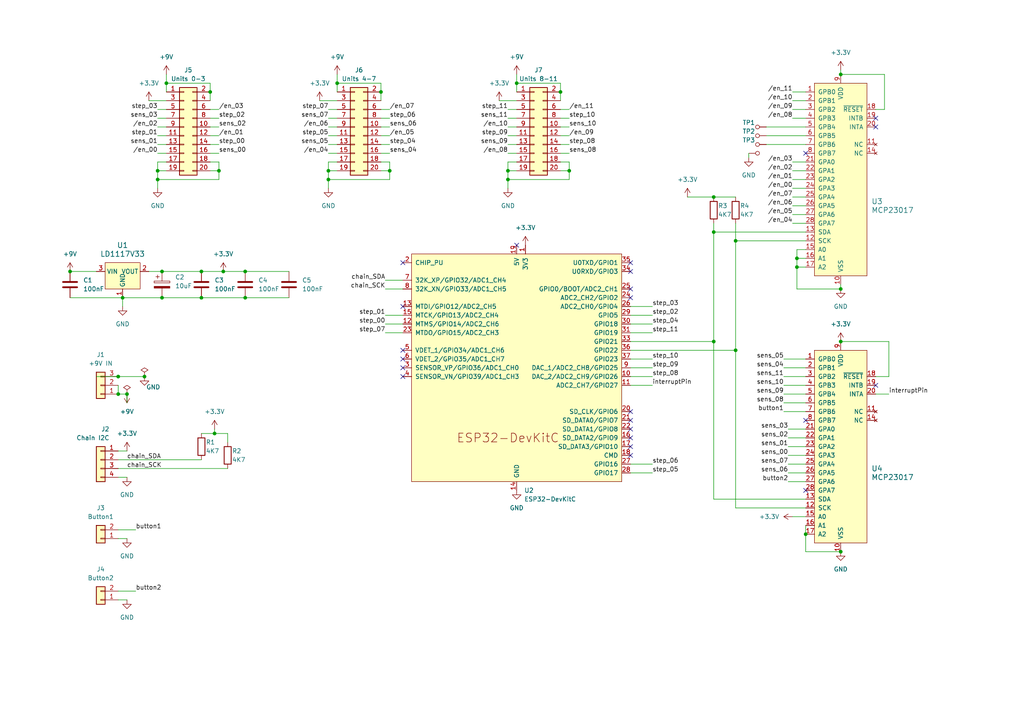
<source format=kicad_sch>
(kicad_sch (version 20231120) (generator "eeschema") (generator_version "8.0")
  (paper "A4")
  (lib_symbols
    (symbol "Connector_Generic:Conn_01x02" (pin_names (offset 1.016) hide)
      (property "Reference" "J" (at 0 2.54 0))
      (property "Value" "Conn_01x02" (at 0 -5.08 0))
      (symbol "Conn_01x02_1_1"
        (rectangle (start -1.27 -2.413) (end 0 -2.667) (stroke (width 0.1524)))
        (rectangle (start -1.27 0.127) (end 0 -0.127) (stroke (width 0.1524)))
        (rectangle (start -1.27 1.27) (end 1.27 -3.81) (stroke (width 0.254)) (fill (type background)))
        (pin passive line (at -5.08 0 0) (length 3.81) (name "Pin_1") (number "1"))
        (pin passive line (at -5.08 -2.54 0) (length 3.81) (name "Pin_2") (number "2"))
      )
    )
    (symbol "Connector_Generic:Conn_01x03" (pin_names (offset 1.016) hide)
      (property "Reference" "J" (at 0 5.08 0))
      (property "Value" "Conn_01x03" (at 0 -5.08 0))
      (symbol "Conn_01x03_1_1"
        (rectangle (start -1.27 -2.413) (end 0 -2.667) (stroke (width 0.1524)))
        (rectangle (start -1.27 0.127) (end 0 -0.127) (stroke (width 0.1524)))
        (rectangle (start -1.27 2.667) (end 0 2.413) (stroke (width 0.1524)))
        (rectangle (start -1.27 3.81) (end 1.27 -3.81) (stroke (width 0.254)) (fill (type background)))
        (pin passive line (at -5.08 2.54 0) (length 3.81) (name "Pin_1") (number "1"))
        (pin passive line (at -5.08 0 0) (length 3.81) (name "Pin_2") (number "2"))
        (pin passive line (at -5.08 -2.54 0) (length 3.81) (name "Pin_3") (number "3"))
      )
    )
    (symbol "Connector_Generic:Conn_01x04" (pin_names (offset 1.016) hide)
      (property "Reference" "J" (at 0 5.08 0))
      (property "Value" "Conn_01x04" (at 0 -7.62 0))
      (symbol "Conn_01x04_1_1"
        (rectangle (start -1.27 -4.953) (end 0 -5.207) (stroke (width 0.1524)))
        (rectangle (start -1.27 -2.413) (end 0 -2.667) (stroke (width 0.1524)))
        (rectangle (start -1.27 0.127) (end 0 -0.127) (stroke (width 0.1524)))
        (rectangle (start -1.27 2.667) (end 0 2.413) (stroke (width 0.1524)))
        (rectangle (start -1.27 3.81) (end 1.27 -6.35) (stroke (width 0.254)) (fill (type background)))
        (pin passive line (at -5.08 2.54 0) (length 3.81) (name "Pin_1") (number "1"))
        (pin passive line (at -5.08 0 0) (length 3.81) (name "Pin_2") (number "2"))
        (pin passive line (at -5.08 -2.54 0) (length 3.81) (name "Pin_3") (number "3"))
        (pin passive line (at -5.08 -5.08 0) (length 3.81) (name "Pin_4") (number "4"))
      )
    )
    (symbol "Connector_Generic:Conn_02x10_Odd_Even" (pin_names (offset 1.016) hide)
      (property "Reference" "J" (at 1.27 12.7 0))
      (property "Value" "Conn_02x10_Odd_Even" (at 1.27 -15.24 0))
      (symbol "Conn_02x10_Odd_Even_1_1"
        (rectangle (start -1.27 -12.573) (end 0 -12.827) (stroke (width 0.1524)))
        (rectangle (start -1.27 -10.033) (end 0 -10.287) (stroke (width 0.1524)))
        (rectangle (start -1.27 -7.493) (end 0 -7.747) (stroke (width 0.1524)))
        (rectangle (start -1.27 -4.953) (end 0 -5.207) (stroke (width 0.1524)))
        (rectangle (start -1.27 -2.413) (end 0 -2.667) (stroke (width 0.1524)))
        (rectangle (start -1.27 0.127) (end 0 -0.127) (stroke (width 0.1524)))
        (rectangle (start -1.27 2.667) (end 0 2.413) (stroke (width 0.1524)))
        (rectangle (start -1.27 5.207) (end 0 4.953) (stroke (width 0.1524)))
        (rectangle (start -1.27 7.747) (end 0 7.493) (stroke (width 0.1524)))
        (rectangle (start -1.27 10.287) (end 0 10.033) (stroke (width 0.1524)))
        (rectangle (start -1.27 11.43) (end 3.81 -13.97) (stroke (width 0.254)) (fill (type background)))
        (rectangle (start 3.81 -12.573) (end 2.54 -12.827) (stroke (width 0.1524)))
        (rectangle (start 3.81 -10.033) (end 2.54 -10.287) (stroke (width 0.1524)))
        (rectangle (start 3.81 -7.493) (end 2.54 -7.747) (stroke (width 0.1524)))
        (rectangle (start 3.81 -4.953) (end 2.54 -5.207) (stroke (width 0.1524)))
        (rectangle (start 3.81 -2.413) (end 2.54 -2.667) (stroke (width 0.1524)))
        (rectangle (start 3.81 0.127) (end 2.54 -0.127) (stroke (width 0.1524)))
        (rectangle (start 3.81 2.667) (end 2.54 2.413) (stroke (width 0.1524)))
        (rectangle (start 3.81 5.207) (end 2.54 4.953) (stroke (width 0.1524)))
        (rectangle (start 3.81 7.747) (end 2.54 7.493) (stroke (width 0.1524)))
        (rectangle (start 3.81 10.287) (end 2.54 10.033) (stroke (width 0.1524)))
        (pin passive line (at -5.08 10.16 0) (length 3.81) (name "Pin_1") (number "1"))
        (pin passive line (at 7.62 0 180) (length 3.81) (name "Pin_10") (number "10"))
        (pin passive line (at -5.08 -2.54 0) (length 3.81) (name "Pin_11") (number "11"))
        (pin passive line (at 7.62 -2.54 180) (length 3.81) (name "Pin_12") (number "12"))
        (pin passive line (at -5.08 -5.08 0) (length 3.81) (name "Pin_13") (number "13"))
        (pin passive line (at 7.62 -5.08 180) (length 3.81) (name "Pin_14") (number "14"))
        (pin passive line (at -5.08 -7.62 0) (length 3.81) (name "Pin_15") (number "15"))
        (pin passive line (at 7.62 -7.62 180) (length 3.81) (name "Pin_16") (number "16"))
        (pin passive line (at -5.08 -10.16 0) (length 3.81) (name "Pin_17") (number "17"))
        (pin passive line (at 7.62 -10.16 180) (length 3.81) (name "Pin_18") (number "18"))
        (pin passive line (at -5.08 -12.7 0) (length 3.81) (name "Pin_19") (number "19"))
        (pin passive line (at 7.62 10.16 180) (length 3.81) (name "Pin_2") (number "2"))
        (pin passive line (at 7.62 -12.7 180) (length 3.81) (name "Pin_20") (number "20"))
        (pin passive line (at -5.08 7.62 0) (length 3.81) (name "Pin_3") (number "3"))
        (pin passive line (at 7.62 7.62 180) (length 3.81) (name "Pin_4") (number "4"))
        (pin passive line (at -5.08 5.08 0) (length 3.81) (name "Pin_5") (number "5"))
        (pin passive line (at 7.62 5.08 180) (length 3.81) (name "Pin_6") (number "6"))
        (pin passive line (at -5.08 2.54 0) (length 3.81) (name "Pin_7") (number "7"))
        (pin passive line (at 7.62 2.54 180) (length 3.81) (name "Pin_8") (number "8"))
        (pin passive line (at -5.08 0 0) (length 3.81) (name "Pin_9") (number "9"))
      )
    )
    (symbol "Device:C" (pin_numbers hide) (pin_names (offset 0.254))
      (property "Reference" "C" (at 0.635 2.54 0))
      (property "Value" "C" (at 0.635 -2.54 0))
      (symbol "C_0_1"
        (polyline (pts (xy -2.032 -0.762) (xy 2.032 -0.762)) (stroke (width 0.508)))
        (polyline (pts (xy -2.032 0.762) (xy 2.032 0.762)) (stroke (width 0.508)))
      )
      (symbol "C_1_1"
        (pin passive line (at 0 3.81 270) (length 2.794) (name "~") (number "1"))
        (pin passive line (at 0 -3.81 90) (length 2.794) (name "~") (number "2"))
      )
    )
    (symbol "Device:C_Polarized" (pin_numbers hide) (pin_names (offset 0.254))
      (property "Reference" "C" (at 0.635 2.54 0))
      (property "Value" "C_Polarized" (at 0.635 -2.54 0))
      (symbol "C_Polarized_0_1"
        (rectangle (start -2.286 0.508) (end 2.286 1.016))
        (polyline (pts (xy -1.778 2.286) (xy -0.762 2.286)))
        (polyline (pts (xy -1.27 2.794) (xy -1.27 1.778)))
        (rectangle (start 2.286 -0.508) (end -2.286 -1.016) (fill (type outline)))
      )
      (symbol "C_Polarized_1_1"
        (pin passive line (at 0 3.81 270) (length 2.794) (name "~") (number "1"))
        (pin passive line (at 0 -3.81 90) (length 2.794) (name "~") (number "2"))
      )
    )
    (symbol "Device:R" (pin_numbers hide) (pin_names (offset 0))
      (property "Reference" "R" (at 2.032 0 90))
      (property "Value" "R" (at 0 0 90))
      (symbol "R_0_1"
        (rectangle (start -1.016 -2.54) (end 1.016 2.54) (stroke (width 0.254)))
      )
      (symbol "R_1_1"
        (pin passive line (at 0 3.81 270) (length 1.27) (name "~") (number "1"))
        (pin passive line (at 0 -3.81 90) (length 1.27) (name "~") (number "2"))
      )
    )
    (symbol "PCM_Espressif:ESP32-DevKitC" (pin_names (offset 1.016))
      (property "Reference" "U" (at -30.48 38.1 0))
      (property "Value" "ESP32-DevKitC" (at -30.48 35.56 0))
      (symbol "ESP32-DevKitC_0_0"
        (text "ESP32-DevKitC" (at -2.54 -20.32 0) (effects (font (size 2.54 2.54))))
        (pin power_in line (at 0 -35.56 90) (length 2.54) (name "GND") (number "14"))
        (pin power_in line (at 0 35.56 270) (length 2.54) (name "5V") (number "19"))
      )
      (symbol "ESP32-DevKitC_0_1"
        (rectangle (start -30.48 33.02) (end 30.48 -33.02) (fill (type background)))
      )
      (symbol "ESP32-DevKitC_1_1"
        (pin power_in line (at 2.54 35.56 270) (length 2.54) (name "3V3") (number "1"))
        (pin bidirectional line (at 33.02 -2.54 180) (length 2.54) (name "DAC_2/ADC2_CH9/GPIO26") (number "10"))
        (pin bidirectional line (at 33.02 -5.08 180) (length 2.54) (name "ADC2_CH7/GPIO27") (number "11"))
        (pin bidirectional line (at -33.02 12.7 0) (length 2.54) (name "MTMS/GPIO14/ADC2_CH6") (number "12"))
        (pin bidirectional line (at -33.02 17.78 0) (length 2.54) (name "MTDI/GPIO12/ADC2_CH5") (number "13"))
        (pin bidirectional line (at -33.02 15.24 0) (length 2.54) (name "MTCK/GPIO13/ADC2_CH4") (number "15"))
        (pin bidirectional line (at 33.02 -20.32 180) (length 2.54) (name "SD_DATA2/GPIO9") (number "16"))
        (pin bidirectional line (at 33.02 -22.86 180) (length 2.54) (name "SD_DATA3/GPIO10") (number "17"))
        (pin bidirectional line (at 33.02 -25.4 180) (length 2.54) (name "CMD") (number "18"))
        (pin input line (at -33.02 30.48 0) (length 2.54) (name "CHIP_PU") (number "2"))
        (pin bidirectional line (at 33.02 -12.7 180) (length 2.54) (name "SD_CLK/GPIO6") (number "20"))
        (pin bidirectional line (at 33.02 -15.24 180) (length 2.54) (name "SD_DATA0/GPIO7") (number "21"))
        (pin bidirectional line (at 33.02 -17.78 180) (length 2.54) (name "SD_DATA1/GPIO8") (number "22"))
        (pin bidirectional line (at -33.02 10.16 0) (length 2.54) (name "MTDO/GPIO15/ADC2_CH3") (number "23"))
        (pin bidirectional line (at 33.02 20.32 180) (length 2.54) (name "ADC2_CH2/GPIO2") (number "24"))
        (pin bidirectional line (at 33.02 22.86 180) (length 2.54) (name "GPIO0/BOOT/ADC2_CH1") (number "25"))
        (pin bidirectional line (at 33.02 17.78 180) (length 2.54) (name "ADC2_CH0/GPIO4") (number "26"))
        (pin bidirectional line (at 33.02 -27.94 180) (length 2.54) (name "GPIO16") (number "27"))
        (pin bidirectional line (at 33.02 -30.48 180) (length 2.54) (name "GPIO17") (number "28"))
        (pin bidirectional line (at 33.02 15.24 180) (length 2.54) (name "GPIO5") (number "29"))
        (pin input line (at -33.02 0 0) (length 2.54) (name "SENSOR_VP/GPIO36/ADC1_CH0") (number "3"))
        (pin bidirectional line (at 33.02 12.7 180) (length 2.54) (name "GPIO18") (number "30"))
        (pin bidirectional line (at 33.02 10.16 180) (length 2.54) (name "GPIO19") (number "31"))
        (pin passive line (at 0 -35.56 90) (length 2.54) hide (name "GND") (number "32"))
        (pin bidirectional line (at 33.02 7.62 180) (length 2.54) (name "GPIO21") (number "33"))
        (pin bidirectional line (at 33.02 27.94 180) (length 2.54) (name "U0RXD/GPIO3") (number "34"))
        (pin bidirectional line (at 33.02 30.48 180) (length 2.54) (name "U0TXD/GPIO1") (number "35"))
        (pin bidirectional line (at 33.02 5.08 180) (length 2.54) (name "GPIO22") (number "36"))
        (pin bidirectional line (at 33.02 2.54 180) (length 2.54) (name "GPIO23") (number "37"))
        (pin passive line (at 0 -35.56 90) (length 2.54) hide (name "GND") (number "38"))
        (pin input line (at -33.02 -2.54 0) (length 2.54) (name "SENSOR_VN/GPIO39/ADC1_CH3") (number "4"))
        (pin input line (at -33.02 5.08 0) (length 2.54) (name "VDET_1/GPIO34/ADC1_CH6") (number "5"))
        (pin input line (at -33.02 2.54 0) (length 2.54) (name "VDET_2/GPIO35/ADC1_CH7") (number "6"))
        (pin bidirectional line (at -33.02 25.4 0) (length 2.54) (name "32K_XP/GPIO32/ADC1_CH4") (number "7"))
        (pin bidirectional line (at -33.02 22.86 0) (length 2.54) (name "32K_XN/GPIO33/ADC1_CH5") (number "8"))
        (pin bidirectional line (at 33.02 0 180) (length 2.54) (name "DAC_1/ADC2_CH8/GPIO25") (number "9"))
      )
    )
    (symbol "dk_Interface-I-O-Expanders:MCP23017-E_SP" (pin_names (offset 1.016))
      (property "Reference" "U" (at -2.54 19.05 0))
      (property "Value" "MCP23017-E_SP" (at 5.08 -17.78 90))
      (symbol "MCP23017-E_SP_0_1"
        (rectangle (start -5.08 17.78) (end 10.16 -38.1) (fill (type background)))
      )
      (symbol "MCP23017-E_SP_1_1"
        (pin bidirectional line (at -7.62 15.24 0) (length 2.54) (name "GPB0") (number "1"))
        (pin power_in line (at 2.54 -40.64 90) (length 2.54) (name "VSS") (number "10"))
        (pin no_connect line (at 12.7 0 180) (length 2.54) (name "NC") (number "11"))
        (pin input line (at -7.62 -27.94 0) (length 2.54) (name "SCK") (number "12"))
        (pin bidirectional line (at -7.62 -25.4 0) (length 2.54) (name "SDA") (number "13"))
        (pin no_connect line (at 12.7 -2.54 180) (length 2.54) (name "NC") (number "14"))
        (pin input line (at -7.62 -30.48 0) (length 2.54) (name "A0") (number "15"))
        (pin input line (at -7.62 -33.02 0) (length 2.54) (name "A1") (number "16"))
        (pin input line (at -7.62 -35.56 0) (length 2.54) (name "A2") (number "17"))
        (pin input line (at 12.7 10.16 180) (length 2.54) (name "~{RESET}") (number "18"))
        (pin output line (at 12.7 7.62 180) (length 2.54) (name "INTB") (number "19"))
        (pin bidirectional line (at -7.62 12.7 0) (length 2.54) (name "GPB1") (number "2"))
        (pin output line (at 12.7 5.08 180) (length 2.54) (name "INTA") (number "20"))
        (pin bidirectional line (at -7.62 -5.08 0) (length 2.54) (name "GPA0") (number "21"))
        (pin bidirectional line (at -7.62 -7.62 0) (length 2.54) (name "GPA1") (number "22"))
        (pin bidirectional line (at -7.62 -10.16 0) (length 2.54) (name "GPA2") (number "23"))
        (pin bidirectional line (at -7.62 -12.7 0) (length 2.54) (name "GPA3") (number "24"))
        (pin bidirectional line (at -7.62 -15.24 0) (length 2.54) (name "GPA4") (number "25"))
        (pin bidirectional line (at -7.62 -17.78 0) (length 2.54) (name "GPA5") (number "26"))
        (pin bidirectional line (at -7.62 -20.32 0) (length 2.54) (name "GPA6") (number "27"))
        (pin bidirectional line (at -7.62 -22.86 0) (length 2.54) (name "GPA7") (number "28"))
        (pin bidirectional line (at -7.62 10.16 0) (length 2.54) (name "GPB2") (number "3"))
        (pin bidirectional line (at -7.62 7.62 0) (length 2.54) (name "GPB3") (number "4"))
        (pin bidirectional line (at -7.62 5.08 0) (length 2.54) (name "GPB4") (number "5"))
        (pin bidirectional line (at -7.62 2.54 0) (length 2.54) (name "GPB5") (number "6"))
        (pin bidirectional line (at -7.62 0 0) (length 2.54) (name "GPB6") (number "7"))
        (pin bidirectional line (at -7.62 -2.54 0) (length 2.54) (name "GPB7") (number "8"))
        (pin power_in line (at 2.54 20.32 270) (length 2.54) (name "VDD") (number "9"))
      )
    )
    (symbol "dk_PMIC-Voltage-Regulators-Linear:LD1117V33"
      (property "Reference" "U" (at 0 3.81 0))
      (property "Value" "LD1117V33" (at 0 6.35 0))
      (symbol "LD1117V33_1_1"
        (rectangle (start -5.08 2.54) (end 5.08 -5.08) (fill (type background)))
        (pin power_in line (at 0 -7.62 90) (length 2.54) (name "GND") (number "1"))
        (pin power_out line (at 7.62 0 180) (length 2.54) (name "VOUT") (number "2"))
        (pin power_in line (at -7.62 0 0) (length 2.54) (name "VIN") (number "3"))
      )
    )
    (symbol "dk_Test-Points:5000" (pin_numbers hide) (pin_names (offset 1.016) hide)
      (property "Reference" "TP" (at -1.27 1.27 0))
      (symbol "5000_0_1"
        (circle (center 0 0) (radius 0.5588))
      )
      (symbol "5000_1_1"
        (pin passive line (at 0 2.54 270) (length 1.905) (name "~") (number "1"))
      )
    )
    (symbol "power:+3.3V" (power) (pin_names (offset 0))
      (property "Value" "+3.3V" (at 0 3.556 0))
      (symbol "+3.3V_0_1"
        (polyline (pts (xy -0.762 1.27) (xy 0 2.54)))
        (polyline (pts (xy 0 0) (xy 0 2.54)))
        (polyline (pts (xy 0 2.54) (xy 0.762 1.27)))
      )
      (symbol "+3.3V_1_1"
        (pin power_in line (at 0 0 90) (length 0) hide (name "+3.3V") (number "1"))
      )
    )
    (symbol "power:+9V" (power) (pin_names (offset 0))
      (property "Value" "+9V" (at 0 3.556 0))
      (symbol "+9V_0_1"
        (polyline (pts (xy -0.762 1.27) (xy 0 2.54)))
        (polyline (pts (xy 0 0) (xy 0 2.54)))
        (polyline (pts (xy 0 2.54) (xy 0.762 1.27)))
      )
      (symbol "+9V_1_1"
        (pin power_in line (at 0 0 90) (length 0) hide (name "+9V") (number "1"))
      )
    )
    (symbol "power:GND" (power) (pin_names (offset 0))
      (property "Value" "GND" (at 0 -3.81 0))
      (symbol "GND_0_1"
        (polyline (pts (xy 0 0) (xy 0 -1.27) (xy 1.27 -1.27) (xy 0 -2.54) (xy -1.27 -1.27) (xy 0 -1.27)))
      )
      (symbol "GND_1_1"
        (pin power_in line (at 0 0 270) (length 0) hide (name "GND") (number "1"))
      )
    )
    (symbol "power:PWR_FLAG" (power) (pin_numbers hide) (pin_names (offset 0) hide)
      (property "Value" "PWR_FLAG" (at 0 3.81 0))
      (symbol "PWR_FLAG_0_0"
        (pin power_out line (at 0 0 90) (length 0) (name "pwr") (number "1"))
      )
      (symbol "PWR_FLAG_0_1"
        (polyline (pts (xy 0 0) (xy 0 1.27) (xy -1.016 1.905) (xy 0 2.54) (xy 1.016 1.905) (xy 0 1.27)))
      )
    )
  )
  (junction (at 213.36 69.85))
  (junction (at 207.01 99.06))
  (junction (at 231.14 77.47))
  (junction (at 97.79 24.13))
  (junction (at 231.14 74.93))
  (junction (at 95.25 52.07))
  (junction (at 243.84 83.82))
  (junction (at 95.25 49.53))
  (junction (at 58.42 86.36))
  (junction (at 64.77 78.74))
  (junction (at 48.26 24.13))
  (junction (at 243.84 99.06))
  (junction (at 110.49 26.67))
  (junction (at 147.32 49.53))
  (junction (at 243.84 21.59))
  (junction (at 149.86 24.13))
  (junction (at 36.83 114.3))
  (junction (at 35.56 86.36))
  (junction (at 46.99 78.74))
  (junction (at 58.42 78.74))
  (junction (at 45.72 52.07))
  (junction (at 243.84 160.02))
  (junction (at 147.32 52.07))
  (junction (at 45.72 49.53))
  (junction (at 63.5 49.53))
  (junction (at 213.36 101.6))
  (junction (at 162.56 26.67))
  (junction (at 71.12 78.74))
  (junction (at 207.01 67.31))
  (junction (at 20.32 78.74))
  (junction (at 113.03 49.53))
  (junction (at 165.1 49.53))
  (junction (at 71.12 86.36))
  (junction (at 34.29 114.3))
  (junction (at 34.29 109.22))
  (junction (at 207.01 57.15))
  (junction (at 62.23 125.73))
  (junction (at 233.68 154.94))
  (junction (at 41.91 109.22))
  (junction (at 46.99 86.36))
  (junction (at 60.96 26.67))
  (no_connect (at 254 34.29))
  (no_connect (at 149.86 71.12))
  (no_connect (at 233.68 44.45))
  (no_connect (at 182.88 119.38))
  (no_connect (at 182.88 78.74))
  (no_connect (at 233.68 142.24))
  (no_connect (at 116.84 109.22))
  (no_connect (at 182.88 86.36))
  (no_connect (at 254 36.83))
  (no_connect (at 254 111.76))
  (no_connect (at 182.88 129.54))
  (no_connect (at 116.84 106.68))
  (no_connect (at 182.88 76.2))
  (no_connect (at 116.84 101.6))
  (no_connect (at 182.88 124.46))
  (no_connect (at 182.88 83.82))
  (no_connect (at 182.88 121.92))
  (no_connect (at 116.84 76.2))
  (no_connect (at 116.84 104.14))
  (no_connect (at 182.88 127))
  (no_connect (at 182.88 132.08))
  (no_connect (at 116.84 88.9))
  (no_connect (at 233.68 121.92))
  (wire (pts (xy 207.01 64.77) (xy 207.01 67.31)))
  (wire (pts (xy 63.5 49.53) (xy 60.96 49.53)))
  (wire (pts (xy 222.25 36.83) (xy 233.68 36.83)))
  (wire (pts (xy 207.01 99.06) (xy 207.01 144.78)))
  (wire (pts (xy 229.87 149.86) (xy 233.68 149.86)))
  (wire (pts (xy 110.49 26.67) (xy 110.49 29.21)))
  (wire (pts (xy 95.25 52.07) (xy 95.25 54.61)))
  (wire (pts (xy 231.14 77.47) (xy 231.14 83.82)))
  (wire (pts (xy 97.79 26.67) (xy 97.79 24.13)))
  (wire (pts (xy 58.42 78.74) (xy 64.77 78.74)))
  (wire (pts (xy 227.33 106.68) (xy 233.68 106.68)))
  (wire (pts (xy 113.03 34.29) (xy 110.49 34.29)))
  (wire (pts (xy 45.72 34.29) (xy 48.26 34.29)))
  (wire (pts (xy 243.84 21.59) (xy 256.54 21.59)))
  (wire (pts (xy 45.72 49.53) (xy 45.72 52.07)))
  (wire (pts (xy 165.1 34.29) (xy 162.56 34.29)))
  (wire (pts (xy 34.29 130.81) (xy 36.83 130.81)))
  (wire (pts (xy 229.87 31.75) (xy 233.68 31.75)))
  (wire (pts (xy 165.1 41.91) (xy 162.56 41.91)))
  (wire (pts (xy 35.56 86.36) (xy 46.99 86.36)))
  (wire (pts (xy 111.76 81.28) (xy 116.84 81.28)))
  (wire (pts (xy 46.99 86.36) (xy 58.42 86.36)))
  (wire (pts (xy 229.87 59.69) (xy 233.68 59.69)))
  (wire (pts (xy 182.88 104.14) (xy 189.23 104.14)))
  (wire (pts (xy 231.14 74.93) (xy 233.68 74.93)))
  (wire (pts (xy 257.81 99.06) (xy 243.84 99.06)))
  (wire (pts (xy 165.1 46.99) (xy 165.1 49.53)))
  (wire (pts (xy 229.87 64.77) (xy 233.68 64.77)))
  (wire (pts (xy 43.18 29.21) (xy 48.26 29.21)))
  (wire (pts (xy 147.32 39.37) (xy 149.86 39.37)))
  (wire (pts (xy 256.54 31.75) (xy 256.54 21.59)))
  (wire (pts (xy 34.29 135.89) (xy 66.04 135.89)))
  (wire (pts (xy 144.78 29.21) (xy 149.86 29.21)))
  (wire (pts (xy 45.72 31.75) (xy 48.26 31.75)))
  (wire (pts (xy 95.25 36.83) (xy 97.79 36.83)))
  (wire (pts (xy 149.86 26.67) (xy 149.86 24.13)))
  (wire (pts (xy 63.5 41.91) (xy 60.96 41.91)))
  (wire (pts (xy 182.88 88.9) (xy 189.23 88.9)))
  (wire (pts (xy 113.03 49.53) (xy 110.49 49.53)))
  (wire (pts (xy 254 109.22) (xy 257.81 109.22)))
  (wire (pts (xy 45.72 46.99) (xy 45.72 49.53)))
  (wire (pts (xy 113.03 31.75) (xy 110.49 31.75)))
  (wire (pts (xy 95.25 41.91) (xy 97.79 41.91)))
  (wire (pts (xy 147.32 41.91) (xy 149.86 41.91)))
  (wire (pts (xy 165.1 31.75) (xy 162.56 31.75)))
  (wire (pts (xy 229.87 29.21) (xy 233.68 29.21)))
  (wire (pts (xy 147.32 31.75) (xy 149.86 31.75)))
  (wire (pts (xy 207.01 67.31) (xy 233.68 67.31)))
  (wire (pts (xy 233.68 160.02) (xy 233.68 154.94)))
  (wire (pts (xy 229.87 34.29) (xy 233.68 34.29)))
  (wire (pts (xy 207.01 67.31) (xy 207.01 99.06)))
  (wire (pts (xy 182.88 99.06) (xy 207.01 99.06)))
  (wire (pts (xy 34.29 114.3) (xy 36.83 114.3)))
  (wire (pts (xy 165.1 39.37) (xy 162.56 39.37)))
  (wire (pts (xy 63.5 46.99) (xy 63.5 49.53)))
  (wire (pts (xy 233.68 72.39) (xy 231.14 72.39)))
  (wire (pts (xy 63.5 52.07) (xy 45.72 52.07)))
  (wire (pts (xy 111.76 93.98) (xy 116.84 93.98)))
  (wire (pts (xy 113.03 46.99) (xy 113.03 49.53)))
  (wire (pts (xy 227.33 119.38) (xy 233.68 119.38)))
  (wire (pts (xy 254 31.75) (xy 256.54 31.75)))
  (wire (pts (xy 228.6 129.54) (xy 233.68 129.54)))
  (wire (pts (xy 243.84 20.32) (xy 243.84 21.59)))
  (wire (pts (xy 182.88 137.16) (xy 189.23 137.16)))
  (wire (pts (xy 63.5 44.45) (xy 60.96 44.45)))
  (wire (pts (xy 34.29 156.21) (xy 36.83 156.21)))
  (wire (pts (xy 149.86 21.59) (xy 149.86 24.13)))
  (wire (pts (xy 34.29 171.45) (xy 39.37 171.45)))
  (wire (pts (xy 113.03 39.37) (xy 110.49 39.37)))
  (wire (pts (xy 231.14 72.39) (xy 231.14 74.93)))
  (wire (pts (xy 165.1 52.07) (xy 147.32 52.07)))
  (wire (pts (xy 95.25 46.99) (xy 95.25 49.53)))
  (wire (pts (xy 20.32 78.74) (xy 27.94 78.74)))
  (wire (pts (xy 92.71 29.21) (xy 97.79 29.21)))
  (wire (pts (xy 228.6 137.16) (xy 233.68 137.16)))
  (wire (pts (xy 147.32 52.07) (xy 147.32 54.61)))
  (wire (pts (xy 95.25 49.53) (xy 95.25 52.07)))
  (wire (pts (xy 58.42 86.36) (xy 71.12 86.36)))
  (wire (pts (xy 64.77 78.74) (xy 71.12 78.74)))
  (wire (pts (xy 34.29 138.43) (xy 36.83 138.43)))
  (wire (pts (xy 162.56 24.13) (xy 162.56 26.67)))
  (wire (pts (xy 48.26 26.67) (xy 48.26 24.13)))
  (wire (pts (xy 48.26 24.13) (xy 60.96 24.13)))
  (wire (pts (xy 43.18 78.74) (xy 46.99 78.74)))
  (wire (pts (xy 95.25 44.45) (xy 97.79 44.45)))
  (wire (pts (xy 95.25 49.53) (xy 97.79 49.53)))
  (wire (pts (xy 231.14 74.93) (xy 231.14 77.47)))
  (wire (pts (xy 95.25 31.75) (xy 97.79 31.75)))
  (wire (pts (xy 147.32 46.99) (xy 147.32 49.53)))
  (wire (pts (xy 95.25 39.37) (xy 97.79 39.37)))
  (wire (pts (xy 45.72 41.91) (xy 48.26 41.91)))
  (wire (pts (xy 34.29 111.76) (xy 34.29 114.3)))
  (wire (pts (xy 231.14 83.82) (xy 243.84 83.82)))
  (wire (pts (xy 34.29 153.67) (xy 39.37 153.67)))
  (wire (pts (xy 229.87 26.67) (xy 233.68 26.67)))
  (wire (pts (xy 27.94 109.22) (xy 34.29 109.22)))
  (wire (pts (xy 45.72 52.07) (xy 45.72 54.61)))
  (wire (pts (xy 60.96 24.13) (xy 60.96 26.67)))
  (wire (pts (xy 182.88 91.44) (xy 189.23 91.44)))
  (wire (pts (xy 182.88 96.52) (xy 189.23 96.52)))
  (wire (pts (xy 147.32 44.45) (xy 149.86 44.45)))
  (wire (pts (xy 182.88 93.98) (xy 189.23 93.98)))
  (wire (pts (xy 243.84 160.02) (xy 233.68 160.02)))
  (wire (pts (xy 182.88 134.62) (xy 189.23 134.62)))
  (wire (pts (xy 20.32 86.36) (xy 35.56 86.36)))
  (wire (pts (xy 165.1 36.83) (xy 162.56 36.83)))
  (wire (pts (xy 63.5 39.37) (xy 60.96 39.37)))
  (wire (pts (xy 228.6 132.08) (xy 233.68 132.08)))
  (wire (pts (xy 243.84 83.82) (xy 243.84 82.55)))
  (wire (pts (xy 110.49 46.99) (xy 113.03 46.99)))
  (wire (pts (xy 182.88 109.22) (xy 189.23 109.22)))
  (wire (pts (xy 36.83 116.84) (xy 36.83 114.3)))
  (wire (pts (xy 111.76 96.52) (xy 116.84 96.52)))
  (wire (pts (xy 97.79 21.59) (xy 97.79 24.13)))
  (wire (pts (xy 182.88 111.76) (xy 189.23 111.76)))
  (wire (pts (xy 162.56 46.99) (xy 165.1 46.99)))
  (wire (pts (xy 229.87 57.15) (xy 233.68 57.15)))
  (wire (pts (xy 63.5 36.83) (xy 60.96 36.83)))
  (wire (pts (xy 222.25 41.91) (xy 233.68 41.91)))
  (wire (pts (xy 227.33 104.14) (xy 233.68 104.14)))
  (wire (pts (xy 207.01 57.15) (xy 199.39 57.15)))
  (wire (pts (xy 217.17 44.45) (xy 217.17 45.72)))
  (wire (pts (xy 116.84 91.44) (xy 111.76 91.44)))
  (wire (pts (xy 233.68 144.78) (xy 207.01 144.78)))
  (wire (pts (xy 60.96 26.67) (xy 60.96 29.21)))
  (wire (pts (xy 46.99 78.74) (xy 58.42 78.74)))
  (wire (pts (xy 227.33 114.3) (xy 233.68 114.3)))
  (wire (pts (xy 66.04 125.73) (xy 66.04 128.27)))
  (wire (pts (xy 229.87 49.53) (xy 233.68 49.53)))
  (wire (pts (xy 113.03 41.91) (xy 110.49 41.91)))
  (wire (pts (xy 233.68 152.4) (xy 233.68 154.94)))
  (wire (pts (xy 110.49 24.13) (xy 110.49 26.67)))
  (wire (pts (xy 113.03 49.53) (xy 113.03 52.07)))
  (wire (pts (xy 34.29 109.22) (xy 41.91 109.22)))
  (wire (pts (xy 71.12 86.36) (xy 83.82 86.36)))
  (wire (pts (xy 48.26 46.99) (xy 45.72 46.99)))
  (wire (pts (xy 35.56 86.36) (xy 35.56 88.9)))
  (wire (pts (xy 149.86 46.99) (xy 147.32 46.99)))
  (wire (pts (xy 95.25 46.99) (xy 97.79 46.99)))
  (wire (pts (xy 62.23 125.73) (xy 66.04 125.73)))
  (wire (pts (xy 113.03 36.83) (xy 110.49 36.83)))
  (wire (pts (xy 222.25 39.37) (xy 233.68 39.37)))
  (wire (pts (xy 228.6 124.46) (xy 233.68 124.46)))
  (wire (pts (xy 45.72 39.37) (xy 48.26 39.37)))
  (wire (pts (xy 228.6 127) (xy 233.68 127)))
  (wire (pts (xy 147.32 49.53) (xy 149.86 49.53)))
  (wire (pts (xy 227.33 111.76) (xy 233.68 111.76)))
  (wire (pts (xy 34.29 133.35) (xy 58.42 133.35)))
  (wire (pts (xy 113.03 52.07) (xy 95.25 52.07)))
  (wire (pts (xy 229.87 54.61) (xy 233.68 54.61)))
  (wire (pts (xy 45.72 36.83) (xy 48.26 36.83)))
  (wire (pts (xy 229.87 62.23) (xy 233.68 62.23)))
  (wire (pts (xy 63.5 49.53) (xy 63.5 52.07)))
  (wire (pts (xy 182.88 106.68) (xy 189.23 106.68)))
  (wire (pts (xy 45.72 44.45) (xy 48.26 44.45)))
  (wire (pts (xy 229.87 52.07) (xy 233.68 52.07)))
  (wire (pts (xy 149.86 24.13) (xy 162.56 24.13)))
  (wire (pts (xy 45.72 49.53) (xy 48.26 49.53)))
  (wire (pts (xy 228.6 134.62) (xy 233.68 134.62)))
  (wire (pts (xy 165.1 49.53) (xy 162.56 49.53)))
  (wire (pts (xy 63.5 31.75) (xy 60.96 31.75)))
  (wire (pts (xy 162.56 26.67) (xy 162.56 29.21)))
  (wire (pts (xy 62.23 125.73) (xy 58.42 125.73)))
  (wire (pts (xy 34.29 173.99) (xy 36.83 173.99)))
  (wire (pts (xy 231.14 77.47) (xy 233.68 77.47)))
  (wire (pts (xy 233.68 69.85) (xy 213.36 69.85)))
  (wire (pts (xy 95.25 34.29) (xy 97.79 34.29)))
  (wire (pts (xy 233.68 147.32) (xy 213.36 147.32)))
  (wire (pts (xy 48.26 21.59) (xy 48.26 24.13)))
  (wire (pts (xy 227.33 116.84) (xy 233.68 116.84)))
  (wire (pts (xy 182.88 101.6) (xy 213.36 101.6)))
  (wire (pts (xy 228.6 139.7) (xy 233.68 139.7)))
  (wire (pts (xy 165.1 44.45) (xy 162.56 44.45)))
  (wire (pts (xy 257.81 109.22) (xy 257.81 99.06)))
  (wire (pts (xy 227.33 109.22) (xy 233.68 109.22)))
  (wire (pts (xy 147.32 49.53) (xy 147.32 52.07)))
  (wire (pts (xy 165.1 49.53) (xy 165.1 52.07)))
  (wire (pts (xy 254 114.3) (xy 257.81 114.3)))
  (wire (pts (xy 60.96 46.99) (xy 63.5 46.99)))
  (wire (pts (xy 213.36 64.77) (xy 213.36 69.85)))
  (wire (pts (xy 113.03 44.45) (xy 110.49 44.45)))
  (wire (pts (xy 213.36 101.6) (xy 213.36 147.32)))
  (wire (pts (xy 63.5 34.29) (xy 60.96 34.29)))
  (wire (pts (xy 62.23 124.46) (xy 62.23 125.73)))
  (wire (pts (xy 207.01 57.15) (xy 213.36 57.15)))
  (wire (pts (xy 229.87 46.99) (xy 233.68 46.99)))
  (wire (pts (xy 147.32 34.29) (xy 149.86 34.29)))
  (wire (pts (xy 71.12 78.74) (xy 83.82 78.74)))
  (wire (pts (xy 147.32 36.83) (xy 149.86 36.83)))
  (wire (pts (xy 97.79 24.13) (xy 110.49 24.13)))
  (wire (pts (xy 213.36 69.85) (xy 213.36 101.6)))
  (wire (pts (xy 111.76 83.82) (xy 116.84 83.82)))
  (label "sens_08" (at 227.33 116.84 180))
  (label "step_07" (at 95.25 31.75 180))
  (label "sens_09" (at 227.33 114.3 180))
  (label "sens_10" (at 165.1 36.83 0))
  (label "sens_00" (at 228.6 132.08 180))
  (label "{slash}en_10" (at 147.32 36.83 180))
  (label "step_10" (at 189.23 104.14 0))
  (label "{slash}en_00" (at 45.72 44.45 180))
  (label "sens_08" (at 165.1 44.45 0))
  (label "interruptPin" (at 189.23 111.76 0))
  (label "step_08" (at 165.1 41.91 0))
  (label "button1" (at 227.33 119.38 180))
  (label "step_03" (at 189.23 88.9 0))
  (label "step_09" (at 147.32 39.37 180))
  (label "sens_01" (at 228.6 129.54 180))
  (label "sens_01" (at 45.72 41.91 180))
  (label "chain_SCK" (at 36.83 135.89 0))
  (label "{slash}en_04" (at 229.87 64.77 180))
  (label "{slash}en_11" (at 165.1 31.75 0))
  (label "{slash}en_10" (at 229.87 29.21 180))
  (label "sens_04" (at 113.03 44.45 0))
  (label "{slash}en_07" (at 113.03 31.75 0))
  (label "sens_10" (at 227.33 111.76 180))
  (label "step_00" (at 111.76 93.98 180))
  (label "sens_05" (at 95.25 41.91 180))
  (label "step_03" (at 45.72 31.75 180))
  (label "button2" (at 39.37 171.45 0))
  (label "{slash}en_05" (at 113.03 39.37 0))
  (label "{slash}en_09" (at 229.87 31.75 180))
  (label "{slash}en_00" (at 229.87 54.61 180))
  (label "step_06" (at 113.03 34.29 0))
  (label "{slash}en_07" (at 229.87 57.15 180))
  (label "step_02" (at 189.23 91.44 0))
  (label "{slash}en_06" (at 95.25 36.83 180))
  (label "step_11" (at 189.23 96.52 0))
  (label "chain_SDA" (at 111.76 81.28 180))
  (label "sens_03" (at 45.72 34.29 180))
  (label "{slash}en_02" (at 45.72 36.83 180))
  (label "chain_SCK" (at 111.76 83.82 180))
  (label "step_09" (at 189.23 106.68 0))
  (label "{slash}en_02" (at 229.87 49.53 180))
  (label "step_10" (at 165.1 34.29 0))
  (label "sens_06" (at 228.6 137.16 180))
  (label "button2" (at 228.6 139.7 180))
  (label "step_04" (at 189.23 93.98 0))
  (label "interruptPin" (at 257.81 114.3 0))
  (label "{slash}en_11" (at 229.87 26.67 180))
  (label "sens_05" (at 227.33 104.14 180))
  (label "step_05" (at 189.23 137.16 0))
  (label "step_07" (at 111.76 96.52 180))
  (label "chain_SDA" (at 36.83 133.35 0))
  (label "button1" (at 39.37 153.67 0))
  (label "sens_07" (at 228.6 134.62 180))
  (label "{slash}en_03" (at 229.87 46.99 180))
  (label "step_04" (at 113.03 41.91 0))
  (label "{slash}en_01" (at 63.5 39.37 0))
  (label "sens_06" (at 113.03 36.83 0))
  (label "sens_11" (at 147.32 34.29 180))
  (label "step_01" (at 111.76 91.44 180))
  (label "{slash}en_01" (at 229.87 52.07 180))
  (label "{slash}en_03" (at 63.5 31.75 0))
  (label "sens_04" (at 227.33 106.68 180))
  (label "{slash}en_05" (at 229.87 62.23 180))
  (label "sens_11" (at 227.33 109.22 180))
  (label "sens_00" (at 63.5 44.45 0))
  (label "step_11" (at 147.32 31.75 180))
  (label "{slash}en_08" (at 229.87 34.29 180))
  (label "step_01" (at 45.72 39.37 180))
  (label "sens_02" (at 63.5 36.83 0))
  (label "step_06" (at 189.23 134.62 0))
  (label "{slash}en_09" (at 165.1 39.37 0))
  (label "sens_03" (at 228.6 124.46 180))
  (label "sens_07" (at 95.25 34.29 180))
  (label "step_02" (at 63.5 34.29 0))
  (label "{slash}en_08" (at 147.32 44.45 180))
  (label "step_08" (at 189.23 109.22 0))
  (label "sens_02" (at 228.6 127 180))
  (label "step_00" (at 63.5 41.91 0))
  (label "{slash}en_06" (at 229.87 59.69 180))
  (label "step_05" (at 95.25 39.37 180))
  (label "{slash}en_04" (at 95.25 44.45 180))
  (label "sens_09" (at 147.32 41.91 180))
  (symbol (lib_id "dk_Interface-I-O-Expanders:MCP23017-E_SP") (at 241.3 41.91 0) (unit 1)
    (property "Reference" "U3" (at 252.73 58.42 0) (effects (font (size 1.524 1.524)) (justify left)))
    (property "Value" "MCP23017" (at 252.73 60.96 0) (effects (font (size 1.524 1.524)) (justify left)))
    (property "Footprint" "digikey-footprints:DIP-28_W7.62mm" (effects (hide yes)))
    (property "Datasheet" "http://www.microchip.com/mymicrochip/filehandler.aspx?ddocname=en023709" (effects (hide yes)))
    (property "Description" "IC I/O EXPANDER I2C 16B 28SDIP" (effects (hide yes)))
    (property "Digi-Key_PN" "MCP23017-E/SP-ND" (effects (hide yes)))
    (property "MPN" "MCP23017-E/SP" (effects (hide yes)))
    (property "Category" "Integrated Circuits (ICs)" (effects (hide yes)))
    (property "Family" "Interface - I/O Expanders" (effects (hide yes)))
    (property "DK_Datasheet_Link" "http://www.microchip.com/mymicrochip/filehandler.aspx?ddocname=en023709" (effects (hide yes)))
    (property "DK_Detail_Page" "/product-detail/en/microchip-technology/MCP23017-E-SP/MCP23017-E-SP-ND/894272" (effects (hide yes)))
    (property "Manufacturer" "Microchip Technology" (effects (hide yes)))
    (property "Status" "Active" (effects (hide yes)))
  )
  (symbol (lib_id "dk_Test-Points:5000") (at 219.71 36.83 270) (unit 1)
    (property "Reference" "TP1" (at 217.17 35.56 90))
    (property "Value" "5000" (effects (hide yes)))
    (property "Footprint" "digikey-footprints:Test_Point_D1.02mm" (effects (hide yes)))
    (property "Datasheet" "http://www.keyelco.com/product-pdf.cfm?p=1309" (effects (hide yes)))
    (property "Description" "PC TEST POINT MINIATURE RED" (effects (hide yes)))
    (property "Digi-Key_PN" "36-5000-ND" (effects (hide yes)))
    (property "MPN" "5000" (effects (hide yes)))
    (property "Category" "Test and Measurement" (effects (hide yes)))
    (property "Family" "Test Points" (effects (hide yes)))
    (property "DK_Datasheet_Link" "http://www.keyelco.com/product-pdf.cfm?p=1309" (effects (hide yes)))
    (property "DK_Detail_Page" "/product-detail/en/keystone-electronics/5000/36-5000-ND/255326" (effects (hide yes)))
    (property "Manufacturer" "Keystone Electronics" (effects (hide yes)))
    (property "Status" "Active" (effects (hide yes)))
  )
  (symbol (lib_id "power:GND") (at 36.83 138.43 0) (unit 1)
    (property "Reference" "#PWR06" (effects (hide yes)))
    (property "Value" "GND" (at 36.83 143.51 0))
  )
  (symbol (lib_id "dk_Test-Points:5000") (at 219.71 44.45 90) (unit 1)
    (property "Reference" "TP4" (effects (hide yes)))
    (property "Value" "5000" (effects (hide yes)))
    (property "Footprint" "digikey-footprints:Test_Point_D1.02mm" (effects (hide yes)))
    (property "Datasheet" "http://www.keyelco.com/product-pdf.cfm?p=1309" (effects (hide yes)))
    (property "Description" "PC TEST POINT MINIATURE RED" (effects (hide yes)))
    (property "Digi-Key_PN" "36-5000-ND" (effects (hide yes)))
    (property "MPN" "5000" (effects (hide yes)))
    (property "Category" "Test and Measurement" (effects (hide yes)))
    (property "Family" "Test Points" (effects (hide yes)))
    (property "DK_Datasheet_Link" "http://www.keyelco.com/product-pdf.cfm?p=1309" (effects (hide yes)))
    (property "DK_Detail_Page" "/product-detail/en/keystone-electronics/5000/36-5000-ND/255326" (effects (hide yes)))
    (property "Manufacturer" "Keystone Electronics" (effects (hide yes)))
    (property "Status" "Active" (effects (hide yes)))
  )
  (symbol (lib_id "power:+9V") (at 149.86 21.59 0) (unit 1)
    (property "Reference" "#PWR019" (effects (hide yes)))
    (property "Value" "+9V" (at 149.86 16.51 0))
  )
  (symbol (lib_id "Device:R") (at 58.42 129.54 0) (unit 1)
    (property "Reference" "R1" (at 59.69 128.27 0) (effects (justify left)))
    (property "Value" "4K7" (at 59.69 130.81 0) (effects (justify left)))
    (property "Footprint" "Resistor_THT:R_Axial_DIN0207_L6.3mm_D2.5mm_P7.62mm_Horizontal" (effects (hide yes)))
  )
  (symbol (lib_id "Device:C") (at 58.42 82.55 0) (unit 1)
    (property "Reference" "C3" (at 62.23 81.28 0) (effects (justify left)))
    (property "Value" "100nF" (at 62.23 83.82 0) (effects (justify left)))
    (property "Footprint" "Capacitor_THT:C_Disc_D3.4mm_W2.1mm_P2.50mm" (effects (hide yes)))
  )
  (symbol (lib_id "power:GND") (at 35.56 88.9 0) (unit 1)
    (property "Reference" "#PWR02" (effects (hide yes)))
    (property "Value" "GND" (at 35.56 93.98 0))
  )
  (symbol (lib_id "power:+3.3V") (at 243.84 99.06 0) (unit 1)
    (property "Reference" "#PWR027" (effects (hide yes)))
    (property "Value" "+3.3V" (at 243.84 93.98 0))
  )
  (symbol (lib_id "Connector_Generic:Conn_02x10_Odd_Even") (at 154.94 36.83 0) (unit 1)
    (property "Reference" "J7" (at 156.21 20.32 0))
    (property "Value" "Units 8-11" (at 156.21 22.86 0))
    (property "Footprint" "Connector_IDC:IDC-Header_2x10_P2.54mm_Vertical" (effects (hide yes)))
  )
  (symbol (lib_id "power:PWR_FLAG") (at 41.91 109.22 0) (unit 1)
    (property "Reference" "#FLG02" (effects (hide yes)))
    (property "Value" "PWR_FLAG" (effects (hide yes)))
  )
  (symbol (lib_id "power:GND") (at 36.83 173.99 0) (unit 1)
    (property "Reference" "#PWR08" (effects (hide yes)))
    (property "Value" "GND" (at 36.83 179.07 0))
  )
  (symbol (lib_id "power:GND") (at 45.72 54.61 0) (unit 1)
    (property "Reference" "#PWR010" (effects (hide yes)))
    (property "Value" "GND" (at 45.72 59.69 0))
  )
  (symbol (lib_id "Device:R") (at 207.01 60.96 0) (unit 1)
    (property "Reference" "R3" (at 208.28 59.69 0) (effects (justify left)))
    (property "Value" "4K7" (at 208.28 62.23 0) (effects (justify left)))
    (property "Footprint" "Resistor_THT:R_Axial_DIN0207_L6.3mm_D2.5mm_P7.62mm_Horizontal" (effects (hide yes)))
  )
  (symbol (lib_id "dk_PMIC-Voltage-Regulators-Linear:LD1117V33") (at 35.56 78.74 0) (unit 1)
    (property "Reference" "U1" (at 35.56 71.12 0) (effects (font (size 1.524 1.524))))
    (property "Value" "LD1117V33" (at 35.56 73.66 0) (effects (font (size 1.524 1.524))))
    (property "Footprint" "digikey-footprints:TO-220-3" (effects (hide yes)))
    (property "Datasheet" "http://www.st.com/content/ccc/resource/technical/document/datasheet/99/3b/7d/91/91/51/4b/be/CD00000544.pdf/files/CD00000544.pdf/jcr:content/translations/en.CD00000544.pdf" (effects (hide yes)))
    (property "Description" "IC REG LINEAR 3.3V 800MA TO220AB" (effects (hide yes)))
    (property "Digi-Key_PN" "497-1491-5-ND" (effects (hide yes)))
    (property "MPN" "LD1117V33" (effects (hide yes)))
    (property "Category" "Integrated Circuits (ICs)" (effects (hide yes)))
    (property "Family" "PMIC - Voltage Regulators - Linear" (effects (hide yes)))
    (property "DK_Datasheet_Link" "http://www.st.com/content/ccc/resource/technical/document/datasheet/99/3b/7d/91/91/51/4b/be/CD00000544.pdf/files/CD00000544.pdf/jcr:content/translations/en.CD00000544.pdf" (effects (hide yes)))
    (property "DK_Detail_Page" "/product-detail/en/stmicroelectronics/LD1117V33/497-1491-5-ND/586012" (effects (hide yes)))
    (property "Manufacturer" "STMicroelectronics" (effects (hide yes)))
    (property "Status" "Active" (effects (hide yes)))
  )
  (symbol (lib_id "power:+3.3V") (at 36.83 130.81 0) (unit 1)
    (property "Reference" "#PWR05" (effects (hide yes)))
    (property "Value" "+3.3V" (at 36.83 125.73 0))
  )
  (symbol (lib_id "Connector_Generic:Conn_02x10_Odd_Even") (at 102.87 36.83 0) (unit 1)
    (property "Reference" "J6" (at 104.14 20.32 0))
    (property "Value" "Units 4-7" (at 104.14 22.86 0))
    (property "Footprint" "Connector_IDC:IDC-Header_2x10_P2.54mm_Vertical" (effects (hide yes)))
  )
  (symbol (lib_id "power:+3.3V") (at 199.39 57.15 0) (unit 1)
    (property "Reference" "#PWR022" (effects (hide yes)))
    (property "Value" "+3.3V" (at 199.39 52.07 0))
  )
  (symbol (lib_id "Connector_Generic:Conn_01x03") (at 29.21 111.76 180) (unit 1)
    (property "Reference" "J1" (at 29.21 102.87 0))
    (property "Value" "+9V IN" (at 29.21 105.41 0))
    (property "Footprint" "TerminalBlock_TE-Connectivity:TerminalBlock_TE_282834-3_1x03_P2.54mm_Horizontal" (effects (hide yes)))
    (property "Description" "Generic connector, single row, 01x03, script generated (kicad-library-utils/schlib/autogen/connector/)" (effects (hide yes)))
  )
  (symbol (lib_id "power:PWR_FLAG") (at 36.83 114.3 0) (unit 1)
    (property "Reference" "#FLG01" (effects (hide yes)))
    (property "Value" "PWR_FLAG" (effects (hide yes)))
  )
  (symbol (lib_id "Connector_Generic:Conn_01x02") (at 29.21 156.21 180) (unit 1)
    (property "Reference" "J3" (at 29.21 147.32 0))
    (property "Value" "Button1" (at 29.21 149.86 0))
    (property "Footprint" "Connector_PinSocket_2.54mm:PinSocket_1x02_P2.54mm_Vertical" (effects (hide yes)))
  )
  (symbol (lib_id "power:GND") (at 147.32 54.61 0) (unit 1)
    (property "Reference" "#PWR018" (effects (hide yes)))
    (property "Value" "GND" (at 147.32 59.69 0))
  )
  (symbol (lib_id "power:GND") (at 41.91 109.22 0) (unit 1)
    (property "Reference" "#PWR04" (effects (hide yes)))
    (property "Value" "GND" (at 44.45 112.268 0))
  )
  (symbol (lib_id "power:GND") (at 149.86 142.24 0) (unit 1)
    (property "Reference" "#PWR020" (effects (hide yes)))
    (property "Value" "GND" (at 149.86 147.32 0))
  )
  (symbol (lib_id "dk_Test-Points:5000") (at 219.71 41.91 270) (unit 1)
    (property "Reference" "TP3" (at 217.17 40.64 90))
    (property "Value" "5000" (effects (hide yes)))
    (property "Footprint" "digikey-footprints:Test_Point_D1.02mm" (effects (hide yes)))
    (property "Datasheet" "http://www.keyelco.com/product-pdf.cfm?p=1309" (effects (hide yes)))
    (property "Description" "PC TEST POINT MINIATURE RED" (effects (hide yes)))
    (property "Digi-Key_PN" "36-5000-ND" (effects (hide yes)))
    (property "MPN" "5000" (effects (hide yes)))
    (property "Category" "Test and Measurement" (effects (hide yes)))
    (property "Family" "Test Points" (effects (hide yes)))
    (property "DK_Datasheet_Link" "http://www.keyelco.com/product-pdf.cfm?p=1309" (effects (hide yes)))
    (property "DK_Detail_Page" "/product-detail/en/keystone-electronics/5000/36-5000-ND/255326" (effects (hide yes)))
    (property "Manufacturer" "Keystone Electronics" (effects (hide yes)))
    (property "Status" "Active" (effects (hide yes)))
  )
  (symbol (lib_id "power:+9V") (at 36.83 114.3 180) (unit 1)
    (property "Reference" "#PWR03" (effects (hide yes)))
    (property "Value" "+9V" (at 36.83 119.38 0))
  )
  (symbol (lib_id "power:+3.3V") (at 64.77 78.74 0) (unit 1)
    (property "Reference" "#PWR013" (effects (hide yes)))
    (property "Value" "+3.3V" (at 64.77 73.66 0))
  )
  (symbol (lib_id "Device:C") (at 20.32 82.55 0) (unit 1)
    (property "Reference" "C1" (at 24.13 81.28 0) (effects (justify left)))
    (property "Value" "100nF" (at 24.13 83.82 0) (effects (justify left)))
    (property "Footprint" "Capacitor_THT:C_Disc_D3.4mm_W2.1mm_P2.50mm" (effects (hide yes)))
  )
  (symbol (lib_id "Device:R") (at 66.04 132.08 0) (unit 1)
    (property "Reference" "R2" (at 67.31 130.81 0) (effects (justify left)))
    (property "Value" "4K7" (at 67.31 133.35 0) (effects (justify left)))
    (property "Footprint" "Resistor_THT:R_Axial_DIN0207_L6.3mm_D2.5mm_P7.62mm_Horizontal" (effects (hide yes)))
  )
  (symbol (lib_id "power:GND") (at 243.84 83.82 0) (unit 1)
    (property "Reference" "#PWR026" (effects (hide yes)))
    (property "Value" "GND" (at 243.84 88.9 0))
  )
  (symbol (lib_id "Device:C_Polarized") (at 46.99 82.55 0) (unit 1)
    (property "Reference" "C2" (at 50.8 80.391 0) (effects (justify left)))
    (property "Value" "10uF" (at 50.8 82.931 0) (effects (justify left)))
    (property "Footprint" "Capacitor_THT:CP_Radial_D5.0mm_P2.00mm" (effects (hide yes)))
  )
  (symbol (lib_id "Connector_Generic:Conn_01x02") (at 29.21 173.99 180) (unit 1)
    (property "Reference" "J4" (at 29.21 165.1 0))
    (property "Value" "Button2" (at 29.21 167.64 0))
    (property "Footprint" "Connector_PinSocket_2.54mm:PinSocket_1x02_P2.54mm_Vertical" (effects (hide yes)))
  )
  (symbol (lib_id "dk_Interface-I-O-Expanders:MCP23017-E_SP") (at 241.3 119.38 0) (unit 1)
    (property "Reference" "U4" (at 252.73 135.89 0) (effects (font (size 1.524 1.524)) (justify left)))
    (property "Value" "MCP23017" (at 252.73 138.43 0) (effects (font (size 1.524 1.524)) (justify left)))
    (property "Footprint" "digikey-footprints:DIP-28_W7.62mm" (effects (hide yes)))
    (property "Datasheet" "http://www.microchip.com/mymicrochip/filehandler.aspx?ddocname=en023709" (effects (hide yes)))
    (property "Description" "IC I/O EXPANDER I2C 16B 28SDIP" (effects (hide yes)))
    (property "Digi-Key_PN" "MCP23017-E/SP-ND" (effects (hide yes)))
    (property "MPN" "MCP23017-E/SP" (effects (hide yes)))
    (property "Category" "Integrated Circuits (ICs)" (effects (hide yes)))
    (property "Family" "Interface - I/O Expanders" (effects (hide yes)))
    (property "DK_Datasheet_Link" "http://www.microchip.com/mymicrochip/filehandler.aspx?ddocname=en023709" (effects (hide yes)))
    (property "DK_Detail_Page" "/product-detail/en/microchip-technology/MCP23017-E-SP/MCP23017-E-SP-ND/894272" (effects (hide yes)))
    (property "Manufacturer" "Microchip Technology" (effects (hide yes)))
    (property "Status" "Active" (effects (hide yes)))
  )
  (symbol (lib_id "power:+3.3V") (at 43.18 29.21 0) (unit 1)
    (property "Reference" "#PWR09" (effects (hide yes)))
    (property "Value" "+3.3V" (at 43.18 24.13 0))
  )
  (symbol (lib_id "power:GND") (at 217.17 45.72 0) (unit 1)
    (property "Reference" "#PWR023" (effects (hide yes)))
    (property "Value" "GND" (at 217.17 50.8 0))
  )
  (symbol (lib_id "power:GND") (at 95.25 54.61 0) (unit 1)
    (property "Reference" "#PWR015" (effects (hide yes)))
    (property "Value" "GND" (at 95.25 59.69 0))
  )
  (symbol (lib_id "power:GND") (at 36.83 156.21 0) (unit 1)
    (property "Reference" "#PWR07" (effects (hide yes)))
    (property "Value" "GND" (at 36.83 161.29 0))
  )
  (symbol (lib_id "PCM_Espressif:ESP32-DevKitC") (at 149.86 106.68 0) (unit 1)
    (property "Reference" "U2" (at 152.0541 142.24 0) (effects (justify left)))
    (property "Value" "ESP32-DevKitC" (at 152.0541 144.78 0) (effects (justify left)))
    (property "Footprint" "PCM_Espressif:ESP32-DevKitC" (effects (hide yes)))
    (property "Datasheet" "https://docs.espressif.com/projects/esp-idf/zh_CN/latest/esp32/hw-reference/esp32/get-started-devkitc.html" (effects (hide yes)))
  )
  (symbol (lib_id "Connector_Generic:Conn_01x04") (at 29.21 133.35 0) (mirror y) (unit 1)
    (property "Reference" "J2" (at 31.75 124.46 0) (effects (justify left)))
    (property "Value" "Chain I2C" (at 31.75 127 0) (effects (justify left)))
    (property "Footprint" "Connector_PinSocket_2.54mm:PinSocket_1x04_P2.54mm_Vertical" (effects (hide yes)))
  )
  (symbol (lib_id "power:+9V") (at 20.32 78.74 0) (unit 1)
    (property "Reference" "#PWR01" (effects (hide yes)))
    (property "Value" "+9V" (at 20.32 73.66 0))
  )
  (symbol (lib_id "power:+3.3V") (at 144.78 29.21 0) (unit 1)
    (property "Reference" "#PWR017" (effects (hide yes)))
    (property "Value" "+3.3V" (at 144.78 24.13 0))
  )
  (symbol (lib_id "power:+3.3V") (at 229.87 149.86 90) (unit 1)
    (property "Reference" "#PWR024" (effects (hide yes)))
    (property "Value" "+3.3V" (at 226.06 149.86 90) (effects (justify left)))
  )
  (symbol (lib_id "power:+3.3V") (at 152.4 71.12 0) (unit 1)
    (property "Reference" "#PWR021" (effects (hide yes)))
    (property "Value" "+3.3V" (at 152.4 66.04 0))
  )
  (symbol (lib_id "power:GND") (at 243.84 160.02 0) (unit 1)
    (property "Reference" "#PWR028" (effects (hide yes)))
    (property "Value" "GND" (at 243.84 165.1 0))
  )
  (symbol (lib_id "dk_Test-Points:5000") (at 219.71 39.37 270) (unit 1)
    (property "Reference" "TP2" (at 217.17 38.1 90))
    (property "Value" "5000" (effects (hide yes)))
    (property "Footprint" "digikey-footprints:Test_Point_D1.02mm" (effects (hide yes)))
    (property "Datasheet" "http://www.keyelco.com/product-pdf.cfm?p=1309" (effects (hide yes)))
    (property "Description" "PC TEST POINT MINIATURE RED" (effects (hide yes)))
    (property "Digi-Key_PN" "36-5000-ND" (effects (hide yes)))
    (property "MPN" "5000" (effects (hide yes)))
    (property "Category" "Test and Measurement" (effects (hide yes)))
    (property "Family" "Test Points" (effects (hide yes)))
    (property "DK_Datasheet_Link" "http://www.keyelco.com/product-pdf.cfm?p=1309" (effects (hide yes)))
    (property "DK_Detail_Page" "/product-detail/en/keystone-electronics/5000/36-5000-ND/255326" (effects (hide yes)))
    (property "Manufacturer" "Keystone Electronics" (effects (hide yes)))
    (property "Status" "Active" (effects (hide yes)))
  )
  (symbol (lib_id "power:+3.3V") (at 92.71 29.21 0) (unit 1)
    (property "Reference" "#PWR014" (effects (hide yes)))
    (property "Value" "+3.3V" (at 92.71 24.13 0))
  )
  (symbol (lib_id "power:+3.3V") (at 62.23 124.46 0) (unit 1)
    (property "Reference" "#PWR012" (effects (hide yes)))
    (property "Value" "+3.3V" (at 62.23 119.38 0))
  )
  (symbol (lib_id "power:+3.3V") (at 243.84 20.32 0) (unit 1)
    (property "Reference" "#PWR025" (effects (hide yes)))
    (property "Value" "+3.3V" (at 243.84 15.24 0))
  )
  (symbol (lib_id "Device:C") (at 71.12 82.55 0) (unit 1)
    (property "Reference" "C4" (at 74.93 81.28 0) (effects (justify left)))
    (property "Value" "100nF" (at 74.93 83.82 0) (effects (justify left)))
    (property "Footprint" "Capacitor_THT:C_Disc_D3.4mm_W2.1mm_P2.50mm" (effects (hide yes)))
  )
  (symbol (lib_id "Device:R") (at 213.36 60.96 0) (unit 1)
    (property "Reference" "R4" (at 214.63 59.69 0) (effects (justify left)))
    (property "Value" "4K7" (at 214.63 62.23 0) (effects (justify left)))
    (property "Footprint" "Resistor_THT:R_Axial_DIN0207_L6.3mm_D2.5mm_P7.62mm_Horizontal" (effects (hide yes)))
  )
  (symbol (lib_id "Device:C") (at 83.82 82.55 0) (unit 1)
    (property "Reference" "C5" (at 87.63 81.28 0) (effects (justify left)))
    (property "Value" "100nF" (at 87.63 83.82 0) (effects (justify left)))
    (property "Footprint" "Capacitor_THT:C_Disc_D3.4mm_W2.1mm_P2.50mm" (effects (hide yes)))
  )
  (symbol (lib_id "Connector_Generic:Conn_02x10_Odd_Even") (at 53.34 36.83 0) (unit 1)
    (property "Reference" "J5" (at 54.61 20.32 0))
    (property "Value" "Units 0-3" (at 54.61 22.86 0))
    (property "Footprint" "Connector_IDC:IDC-Header_2x10_P2.54mm_Vertical" (effects (hide yes)))
  )
  (symbol (lib_id "power:+9V") (at 97.79 21.59 0) (unit 1)
    (property "Reference" "#PWR016" (effects (hide yes)))
    (property "Value" "+9V" (at 97.79 16.51 0))
  )
  (symbol (lib_id "power:+9V") (at 48.26 21.59 0) (unit 1)
    (property "Reference" "#PWR011" (effects (hide yes)))
    (property "Value" "+9V" (at 48.26 16.51 0))
  )
)
</source>
